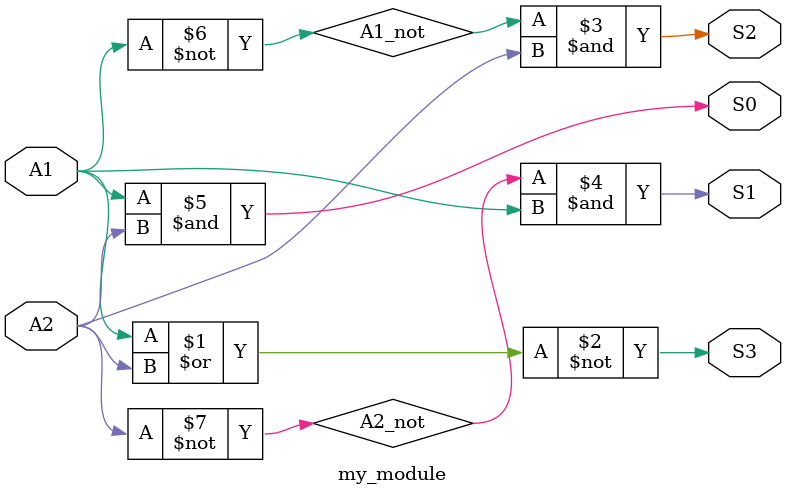
<source format=v>


//                          0	0	  |   1  0	0	0
//                          0	1	  |   0  1	0	0
//                          1	0	  |   0  0	1	0
//                          1	1	  |   0  0	0	1
	
	module my_module(S3, S2, S1, S0, A1, A2);
	output S3, S2, S1, S0;
	input A1,A2;
	wire A1_not, A2_not;
	
	nor NOR_1(S3, A1, A2);
	
	not NOT_1 (A1_not, A1);
	and AND_1(S2, A1_not, A2);
	
	not NOT_2 (A2_not, A2);
	and AND_2(S1, A2_not, A1);
	
	and AND_3(S0, A1,A2);
	
	endmodule 
</source>
